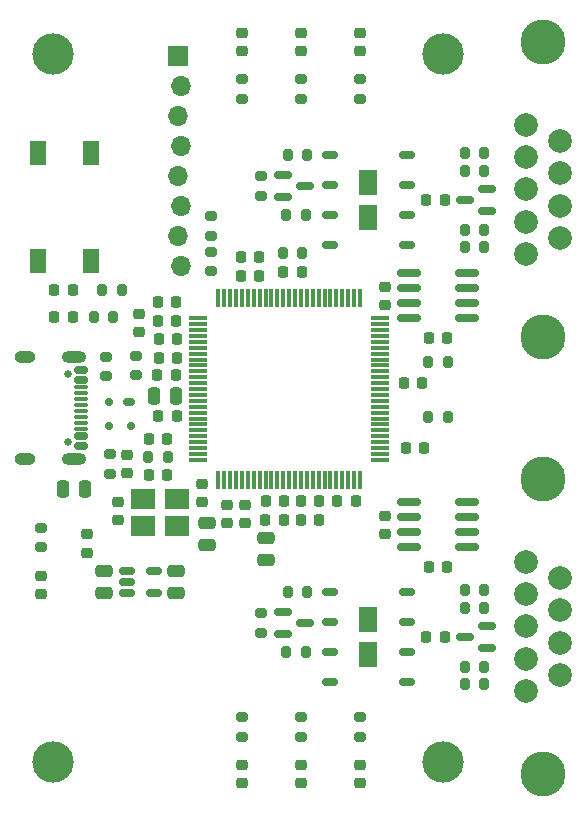
<source format=gts>
G04 #@! TF.GenerationSoftware,KiCad,Pcbnew,8.0.5*
G04 #@! TF.CreationDate,2024-10-15T19:31:52+02:00*
G04 #@! TF.ProjectId,CANbardo,43414e62-6172-4646-9f2e-6b696361645f,Rev1*
G04 #@! TF.SameCoordinates,Original*
G04 #@! TF.FileFunction,Soldermask,Top*
G04 #@! TF.FilePolarity,Negative*
%FSLAX46Y46*%
G04 Gerber Fmt 4.6, Leading zero omitted, Abs format (unit mm)*
G04 Created by KiCad (PCBNEW 8.0.5) date 2024-10-15 19:31:52*
%MOMM*%
%LPD*%
G01*
G04 APERTURE LIST*
G04 Aperture macros list*
%AMRoundRect*
0 Rectangle with rounded corners*
0 $1 Rounding radius*
0 $2 $3 $4 $5 $6 $7 $8 $9 X,Y pos of 4 corners*
0 Add a 4 corners polygon primitive as box body*
4,1,4,$2,$3,$4,$5,$6,$7,$8,$9,$2,$3,0*
0 Add four circle primitives for the rounded corners*
1,1,$1+$1,$2,$3*
1,1,$1+$1,$4,$5*
1,1,$1+$1,$6,$7*
1,1,$1+$1,$8,$9*
0 Add four rect primitives between the rounded corners*
20,1,$1+$1,$2,$3,$4,$5,0*
20,1,$1+$1,$4,$5,$6,$7,0*
20,1,$1+$1,$6,$7,$8,$9,0*
20,1,$1+$1,$8,$9,$2,$3,0*%
%AMFreePoly0*
4,1,6,1.000000,0.000000,0.500000,-0.750000,-0.500000,-0.750000,-0.500000,0.750000,0.500000,0.750000,1.000000,0.000000,1.000000,0.000000,$1*%
G04 Aperture macros list end*
%ADD10RoundRect,0.225000X-0.250000X0.225000X-0.250000X-0.225000X0.250000X-0.225000X0.250000X0.225000X0*%
%ADD11RoundRect,0.200000X-0.275000X0.200000X-0.275000X-0.200000X0.275000X-0.200000X0.275000X0.200000X0*%
%ADD12RoundRect,0.175000X-0.475000X-0.175000X0.475000X-0.175000X0.475000X0.175000X-0.475000X0.175000X0*%
%ADD13RoundRect,0.200000X0.275000X-0.200000X0.275000X0.200000X-0.275000X0.200000X-0.275000X-0.200000X0*%
%ADD14RoundRect,0.225000X0.225000X0.250000X-0.225000X0.250000X-0.225000X-0.250000X0.225000X-0.250000X0*%
%ADD15RoundRect,0.250000X0.250000X0.475000X-0.250000X0.475000X-0.250000X-0.475000X0.250000X-0.475000X0*%
%ADD16RoundRect,0.200000X0.200000X0.275000X-0.200000X0.275000X-0.200000X-0.275000X0.200000X-0.275000X0*%
%ADD17RoundRect,0.218750X-0.218750X-0.256250X0.218750X-0.256250X0.218750X0.256250X-0.218750X0.256250X0*%
%ADD18RoundRect,0.250000X-0.475000X0.250000X-0.475000X-0.250000X0.475000X-0.250000X0.475000X0.250000X0*%
%ADD19RoundRect,0.218750X0.256250X-0.218750X0.256250X0.218750X-0.256250X0.218750X-0.256250X-0.218750X0*%
%ADD20RoundRect,0.200000X-0.200000X-0.275000X0.200000X-0.275000X0.200000X0.275000X-0.200000X0.275000X0*%
%ADD21RoundRect,0.225000X-0.225000X-0.250000X0.225000X-0.250000X0.225000X0.250000X-0.225000X0.250000X0*%
%ADD22RoundRect,0.150000X-0.512500X-0.150000X0.512500X-0.150000X0.512500X0.150000X-0.512500X0.150000X0*%
%ADD23RoundRect,0.150000X-0.587500X-0.150000X0.587500X-0.150000X0.587500X0.150000X-0.587500X0.150000X0*%
%ADD24RoundRect,0.218750X-0.256250X0.218750X-0.256250X-0.218750X0.256250X-0.218750X0.256250X0.218750X0*%
%ADD25RoundRect,0.150000X0.587500X0.150000X-0.587500X0.150000X-0.587500X-0.150000X0.587500X-0.150000X0*%
%ADD26C,3.500000*%
%ADD27RoundRect,0.225000X0.250000X-0.225000X0.250000X0.225000X-0.250000X0.225000X-0.250000X-0.225000X0*%
%ADD28C,2.000000*%
%ADD29C,3.810000*%
%ADD30RoundRect,0.218750X0.218750X0.256250X-0.218750X0.256250X-0.218750X-0.256250X0.218750X-0.256250X0*%
%ADD31C,0.650000*%
%ADD32RoundRect,0.150000X-0.425000X0.150000X-0.425000X-0.150000X0.425000X-0.150000X0.425000X0.150000X0*%
%ADD33RoundRect,0.075000X-0.500000X0.075000X-0.500000X-0.075000X0.500000X-0.075000X0.500000X0.075000X0*%
%ADD34O,2.100000X1.000000*%
%ADD35O,1.800000X1.000000*%
%ADD36R,1.400000X2.100000*%
%ADD37R,1.500000X1.500000*%
%ADD38FreePoly0,270.000000*%
%ADD39FreePoly0,90.000000*%
%ADD40R,1.700000X1.700000*%
%ADD41O,1.700000X1.700000*%
%ADD42R,2.100000X1.800000*%
%ADD43RoundRect,0.150000X-0.825000X-0.150000X0.825000X-0.150000X0.825000X0.150000X-0.825000X0.150000X0*%
%ADD44RoundRect,0.075000X0.075000X-0.725000X0.075000X0.725000X-0.075000X0.725000X-0.075000X-0.725000X0*%
%ADD45RoundRect,0.075000X0.725000X-0.075000X0.725000X0.075000X-0.725000X0.075000X-0.725000X-0.075000X0*%
%ADD46RoundRect,0.175000X-0.325000X0.175000X-0.325000X-0.175000X0.325000X-0.175000X0.325000X0.175000X0*%
%ADD47RoundRect,0.150000X-0.150000X0.200000X-0.150000X-0.200000X0.150000X-0.200000X0.150000X0.200000X0*%
G04 APERTURE END LIST*
D10*
X92650000Y-66425000D03*
X92650000Y-67975000D03*
D11*
X97600000Y-40375000D03*
X97600000Y-42025000D03*
D12*
X103450000Y-38590000D03*
X103450000Y-41130000D03*
X103450000Y-43670000D03*
X103450000Y-46210000D03*
X109950000Y-46210000D03*
X109950000Y-43670000D03*
X109950000Y-41130000D03*
X109950000Y-38590000D03*
D13*
X96000000Y-87825000D03*
X96000000Y-86175000D03*
D14*
X97475000Y-48800000D03*
X95925000Y-48800000D03*
D15*
X82725000Y-66825000D03*
X80825000Y-66825000D03*
D16*
X116525000Y-75400000D03*
X114875000Y-75400000D03*
D11*
X93400000Y-43750000D03*
X93400000Y-45400000D03*
D17*
X88812500Y-57225000D03*
X90387500Y-57225000D03*
D14*
X90425000Y-52600000D03*
X88875000Y-52600000D03*
D18*
X98000000Y-71000000D03*
X98000000Y-72900000D03*
D19*
X101000000Y-29787500D03*
X101000000Y-28212500D03*
D20*
X83475000Y-52300000D03*
X85125000Y-52300000D03*
D21*
X109725000Y-57900000D03*
X111275000Y-57900000D03*
D20*
X99775000Y-80700000D03*
X101425000Y-80700000D03*
D22*
X86262500Y-73787500D03*
X86262500Y-74737500D03*
X86262500Y-75687500D03*
X88537500Y-75687500D03*
X88537500Y-73787500D03*
D23*
X99462500Y-77250000D03*
X99462500Y-79150000D03*
X101337500Y-78200000D03*
D10*
X96220000Y-68215000D03*
X96220000Y-69765000D03*
D14*
X90425000Y-51000000D03*
X88875000Y-51000000D03*
D16*
X116525000Y-38400000D03*
X114875000Y-38400000D03*
D18*
X90450000Y-73787500D03*
X90450000Y-75687500D03*
D19*
X86275000Y-65537500D03*
X86275000Y-63962500D03*
D24*
X79000000Y-74193750D03*
X79000000Y-75768750D03*
D16*
X113425000Y-60800000D03*
X111775000Y-60800000D03*
D25*
X116737500Y-80350000D03*
X116737500Y-78450000D03*
X114862500Y-79400000D03*
D20*
X99875000Y-38600000D03*
X101525000Y-38600000D03*
D13*
X101000000Y-87825000D03*
X101000000Y-86175000D03*
D26*
X80000000Y-30000000D03*
D27*
X108150000Y-70675000D03*
X108150000Y-69125000D03*
X108150000Y-51275000D03*
X108150000Y-49725000D03*
D14*
X90475000Y-60700000D03*
X88925000Y-60700000D03*
X101050000Y-48500000D03*
X99500000Y-48500000D03*
X89675000Y-62625000D03*
X88125000Y-62625000D03*
D11*
X97600000Y-77375000D03*
X97600000Y-79025000D03*
D13*
X84500000Y-57325000D03*
X84500000Y-55675000D03*
X93400000Y-48425000D03*
X93400000Y-46775000D03*
D21*
X109875000Y-63400000D03*
X111425000Y-63400000D03*
D12*
X103450000Y-75590000D03*
X103450000Y-78130000D03*
X103450000Y-80670000D03*
X103450000Y-83210000D03*
X109950000Y-83210000D03*
X109950000Y-80670000D03*
X109950000Y-78130000D03*
X109950000Y-75590000D03*
D28*
X120078000Y-83986400D03*
X120078000Y-81243200D03*
X120078000Y-78500000D03*
X120078000Y-75756800D03*
X120078000Y-73013600D03*
X122922800Y-82614800D03*
X122922800Y-79871600D03*
X122922800Y-77128400D03*
X122922800Y-74385200D03*
D29*
X121475000Y-66003200D03*
X121475000Y-90996800D03*
D14*
X113375000Y-73500000D03*
X111825000Y-73500000D03*
D28*
X120078000Y-46986400D03*
X120078000Y-44243200D03*
X120078000Y-41500000D03*
X120078000Y-38756800D03*
X120078000Y-36013600D03*
X122922800Y-45614800D03*
X122922800Y-42871600D03*
X122922800Y-40128400D03*
X122922800Y-37385200D03*
D29*
X121475000Y-29003200D03*
X121475000Y-53996800D03*
D20*
X99450000Y-46900000D03*
X101100000Y-46900000D03*
D26*
X80000000Y-90000000D03*
D16*
X89725000Y-64175000D03*
X88075000Y-64175000D03*
D11*
X106000000Y-32175000D03*
X106000000Y-33825000D03*
X87050000Y-55600000D03*
X87050000Y-57250000D03*
D30*
X99567500Y-69450000D03*
X97992500Y-69450000D03*
D16*
X113425000Y-56100000D03*
X111775000Y-56100000D03*
X116525000Y-76900000D03*
X114875000Y-76900000D03*
D30*
X81687500Y-52300000D03*
X80112500Y-52300000D03*
D24*
X101000000Y-90212500D03*
X101000000Y-91787500D03*
D14*
X102525000Y-67900000D03*
X100975000Y-67900000D03*
D26*
X113000000Y-30000000D03*
D24*
X96000000Y-90212500D03*
X96000000Y-91787500D03*
D20*
X99875000Y-75600000D03*
X101525000Y-75600000D03*
D31*
X81280000Y-57110000D03*
X81280000Y-62890000D03*
D32*
X82355000Y-56800000D03*
X82355000Y-57600000D03*
D33*
X82355000Y-58750000D03*
X82355000Y-59750000D03*
X82355000Y-60250000D03*
X82355000Y-61250000D03*
D32*
X82355000Y-62400000D03*
X82355000Y-63200000D03*
X82355000Y-63200000D03*
X82355000Y-62400000D03*
D33*
X82355000Y-61750000D03*
X82355000Y-60750000D03*
X82355000Y-59250000D03*
X82355000Y-58250000D03*
D32*
X82355000Y-57600000D03*
X82355000Y-56800000D03*
D34*
X81780000Y-55680000D03*
D35*
X77600000Y-55680000D03*
D34*
X81780000Y-64320000D03*
D35*
X77600000Y-64320000D03*
D36*
X78750000Y-47550000D03*
X78750000Y-38450000D03*
X83250000Y-47550000D03*
X83250000Y-38450000D03*
D24*
X82900000Y-70712500D03*
X82900000Y-72287500D03*
D20*
X99775000Y-43700000D03*
X101425000Y-43700000D03*
D14*
X89675000Y-65635000D03*
X88125000Y-65635000D03*
D16*
X116525000Y-39900000D03*
X114875000Y-39900000D03*
D37*
X106700000Y-41200000D03*
X106700000Y-43600000D03*
D38*
X106700000Y-40400000D03*
D39*
X106700000Y-44400000D03*
D23*
X99462500Y-40250000D03*
X99462500Y-42150000D03*
X101337500Y-41200000D03*
D40*
X90550000Y-30225000D03*
D41*
X90850000Y-32765000D03*
X90550000Y-35305000D03*
X90850000Y-37845000D03*
X90550000Y-40385000D03*
X90850000Y-42925000D03*
X90550000Y-45465000D03*
X90850000Y-48005000D03*
D14*
X90525000Y-55750000D03*
X88975000Y-55750000D03*
D37*
X106700000Y-78200000D03*
X106700000Y-80600000D03*
D38*
X106700000Y-77400000D03*
D39*
X106700000Y-81400000D03*
D14*
X90525000Y-54200000D03*
X88975000Y-54200000D03*
D11*
X96000000Y-32175000D03*
X96000000Y-33825000D03*
D19*
X106000000Y-29787500D03*
X106000000Y-28212500D03*
D14*
X113375000Y-54100000D03*
X111825000Y-54100000D03*
D18*
X84350000Y-73787500D03*
X84350000Y-75687500D03*
D14*
X81675000Y-50000000D03*
X80125000Y-50000000D03*
D13*
X106000000Y-87825000D03*
X106000000Y-86175000D03*
D24*
X106000000Y-90212500D03*
X106000000Y-91787500D03*
D14*
X97475000Y-47240000D03*
X95925000Y-47240000D03*
D19*
X96000000Y-29787500D03*
X96000000Y-28212500D03*
D14*
X102525000Y-69450000D03*
X100975000Y-69450000D03*
D42*
X90525000Y-67675000D03*
X87625000Y-67675000D03*
X87625000Y-69975000D03*
X90525000Y-69975000D03*
D16*
X116525000Y-44900000D03*
X114875000Y-44900000D03*
D11*
X101000000Y-32175000D03*
X101000000Y-33825000D03*
D16*
X116525000Y-81900000D03*
X114875000Y-81900000D03*
D11*
X84800000Y-63925000D03*
X84800000Y-65575000D03*
D25*
X116737500Y-43350000D03*
X116737500Y-41450000D03*
X114862500Y-42400000D03*
D13*
X79000000Y-71806250D03*
X79000000Y-70156250D03*
D10*
X94760000Y-68215000D03*
X94760000Y-69765000D03*
D18*
X93050000Y-69700000D03*
X93050000Y-71600000D03*
D43*
X110125000Y-48595000D03*
X110125000Y-49865000D03*
X110125000Y-51135000D03*
X110125000Y-52405000D03*
X115075000Y-52405000D03*
X115075000Y-51135000D03*
X115075000Y-49865000D03*
X115075000Y-48595000D03*
D26*
X113000000Y-90000000D03*
D44*
X94000000Y-66075000D03*
X94500000Y-66075000D03*
X95000000Y-66075000D03*
X95500000Y-66075000D03*
X96000000Y-66075000D03*
X96500000Y-66075000D03*
X97000000Y-66075000D03*
X97500000Y-66075000D03*
X98000000Y-66075000D03*
X98500000Y-66075000D03*
X99000000Y-66075000D03*
X99500000Y-66075000D03*
X100000000Y-66075000D03*
X100500000Y-66075000D03*
X101000000Y-66075000D03*
X101500000Y-66075000D03*
X102000000Y-66075000D03*
X102500000Y-66075000D03*
X103000000Y-66075000D03*
X103500000Y-66075000D03*
X104000000Y-66075000D03*
X104500000Y-66075000D03*
X105000000Y-66075000D03*
X105500000Y-66075000D03*
X106000000Y-66075000D03*
D45*
X107675000Y-64400000D03*
X107675000Y-63900000D03*
X107675000Y-63400000D03*
X107675000Y-62900000D03*
X107675000Y-62400000D03*
X107675000Y-61900000D03*
X107675000Y-61400000D03*
X107675000Y-60900000D03*
X107675000Y-60400000D03*
X107675000Y-59900000D03*
X107675000Y-59400000D03*
X107675000Y-58900000D03*
X107675000Y-58400000D03*
X107675000Y-57900000D03*
X107675000Y-57400000D03*
X107675000Y-56900000D03*
X107675000Y-56400000D03*
X107675000Y-55900000D03*
X107675000Y-55400000D03*
X107675000Y-54900000D03*
X107675000Y-54400000D03*
X107675000Y-53900000D03*
X107675000Y-53400000D03*
X107675000Y-52900000D03*
X107675000Y-52400000D03*
D44*
X106000000Y-50725000D03*
X105500000Y-50725000D03*
X105000000Y-50725000D03*
X104500000Y-50725000D03*
X104000000Y-50725000D03*
X103500000Y-50725000D03*
X103000000Y-50725000D03*
X102500000Y-50725000D03*
X102000000Y-50725000D03*
X101500000Y-50725000D03*
X101000000Y-50725000D03*
X100500000Y-50725000D03*
X100000000Y-50725000D03*
X99500000Y-50725000D03*
X99000000Y-50725000D03*
X98500000Y-50725000D03*
X98000000Y-50725000D03*
X97500000Y-50725000D03*
X97000000Y-50725000D03*
X96500000Y-50725000D03*
X96000000Y-50725000D03*
X95500000Y-50725000D03*
X95000000Y-50725000D03*
X94500000Y-50725000D03*
X94000000Y-50725000D03*
D45*
X92325000Y-52400000D03*
X92325000Y-52900000D03*
X92325000Y-53400000D03*
X92325000Y-53900000D03*
X92325000Y-54400000D03*
X92325000Y-54900000D03*
X92325000Y-55400000D03*
X92325000Y-55900000D03*
X92325000Y-56400000D03*
X92325000Y-56900000D03*
X92325000Y-57400000D03*
X92325000Y-57900000D03*
X92325000Y-58400000D03*
X92325000Y-58900000D03*
X92325000Y-59400000D03*
X92325000Y-59900000D03*
X92325000Y-60400000D03*
X92325000Y-60900000D03*
X92325000Y-61400000D03*
X92325000Y-61900000D03*
X92325000Y-62400000D03*
X92325000Y-62900000D03*
X92325000Y-63400000D03*
X92325000Y-63900000D03*
X92325000Y-64400000D03*
D46*
X86450000Y-59500000D03*
D47*
X84750000Y-59500000D03*
X84750000Y-61500000D03*
X86650000Y-61500000D03*
D21*
X111625000Y-42400000D03*
X113175000Y-42400000D03*
X104075000Y-67890000D03*
X105625000Y-67890000D03*
D16*
X85825000Y-50000000D03*
X84175000Y-50000000D03*
D21*
X98005000Y-67900000D03*
X99555000Y-67900000D03*
D27*
X85500000Y-69525000D03*
X85500000Y-67975000D03*
D16*
X116525000Y-83400000D03*
X114875000Y-83400000D03*
D43*
X110125000Y-67995000D03*
X110125000Y-69265000D03*
X110125000Y-70535000D03*
X110125000Y-71805000D03*
X115075000Y-71805000D03*
X115075000Y-70535000D03*
X115075000Y-69265000D03*
X115075000Y-67995000D03*
D16*
X116525000Y-46400000D03*
X114875000Y-46400000D03*
D24*
X87300000Y-52012500D03*
X87300000Y-53587500D03*
D15*
X90425000Y-58950000D03*
X88525000Y-58950000D03*
D21*
X111625000Y-79400000D03*
X113175000Y-79400000D03*
M02*

</source>
